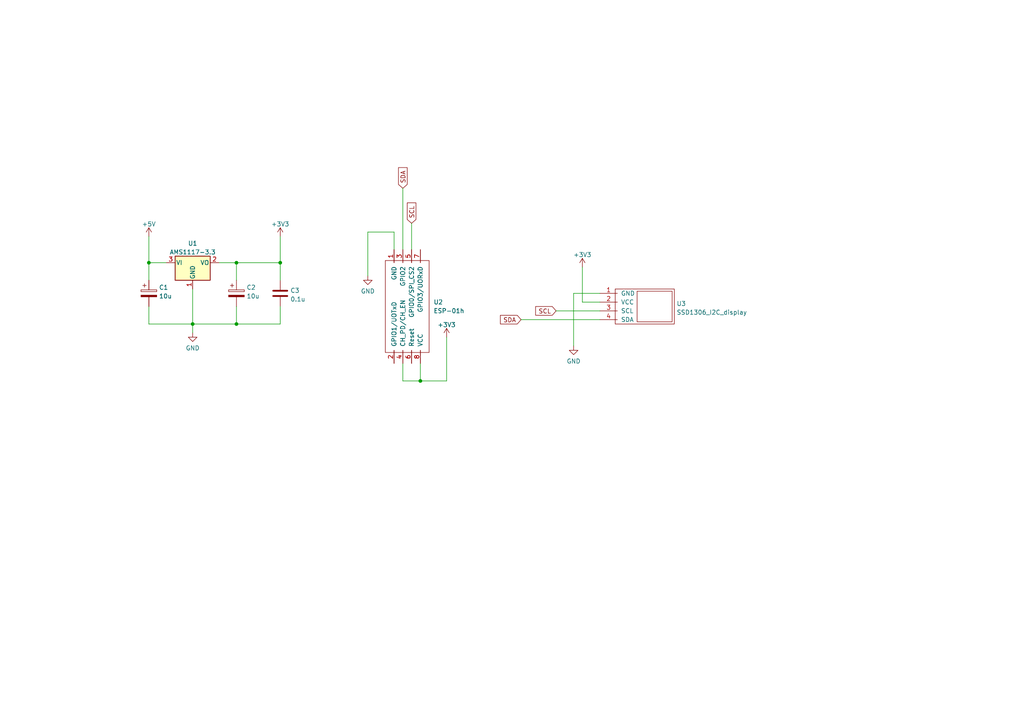
<source format=kicad_sch>
(kicad_sch (version 20211123) (generator eeschema)
  (paper "A4")
  (title_block (title "ESP01 w SSD1306") (date "2022-09-18") (rev "0.1"))
  (lib_symbols
    (symbol "Device:C" (pin_numbers hide) (pin_names (offset 0.254))
      (property "Reference" "C" (at 0.635 2.54 0))
      (property "Value" "C" (at 0.635 -2.54 0))
      (symbol "C_0_1"
        (polyline (pts (xy -2.032 -0.762) (xy 2.032 -0.762)) (stroke (width 0.508)))
        (polyline (pts (xy -2.032 0.762) (xy 2.032 0.762)) (stroke (width 0.508)))
      )
      (symbol "C_1_1"
        (pin passive line (at 0 3.81 270) (length 2.794) (name "~") (number "1"))
        (pin passive line (at 0 -3.81 90) (length 2.794) (name "~") (number "2"))
      )
    )
    (symbol "Device:C_Polarized" (pin_numbers hide) (pin_names (offset 0.254))
      (property "Reference" "C" (at 0.635 2.54 0))
      (property "Value" "C_Polarized" (at 0.635 -2.54 0))
      (symbol "C_Polarized_0_1"
        (rectangle (start -2.286 0.508) (end 2.286 1.016))
        (polyline (pts (xy -1.778 2.286) (xy -0.762 2.286)))
        (polyline (pts (xy -1.27 2.794) (xy -1.27 1.778)))
        (rectangle (start 2.286 -0.508) (end -2.286 -1.016) (fill (type outline)))
      )
      (symbol "C_Polarized_1_1"
        (pin passive line (at 0 3.81 270) (length 2.794) (name "~") (number "1"))
        (pin passive line (at 0 -3.81 90) (length 2.794) (name "~") (number "2"))
      )
    )
    (symbol "My_Arduino:ESP-01h" (pin_names (offset 1.016))
      (property "Reference" "U" (at 11.43 -5.08 0))
      (property "Value" "ESP-01h" (at 15.24 -7.62 0))
      (symbol "ESP-01h_0_1"
        (polyline (pts (xy -2.54 -3.175) (xy 10.16 -3.175) (xy 10.16 -29.845) (xy -2.54 -29.845) (xy -2.54 -3.175)) (stroke (width 0.1524)))
      )
      (symbol "ESP-01h_1_1"
        (pin output line (at 0 0 270) (length 3.81) (name "GND") (number "1"))
        (pin power_in line (at 0 -33.02 90) (length 3.81) (name "GPIO1/UOTxD") (number "2"))
        (pin input line (at 2.54 0 270) (length 3.81) (name "GPIO2") (number "3"))
        (pin tri_state line (at 2.54 -33.02 90) (length 3.81) (name "CH_PD/CH_EN") (number "4"))
        (pin input line (at 5.08 0 270) (length 3.81) (name "GPIO0/SPI_CS2") (number "5"))
        (pin tri_state line (at 5.08 -33.02 90) (length 3.81) (name "Reset") (number "6"))
        (pin power_in line (at 7.62 0 270) (length 3.81) (name "GPIO3/UORxD") (number "7"))
        (pin input line (at 7.62 -33.02 90) (length 3.81) (name "VCC") (number "8"))
      )
    )
    (symbol "My_Parts:SSD1306_I2C_display" (pin_names (offset 1.016))
      (property "Reference" "U" (at 5.715 2.54 0))
      (property "Value" "SSD1306_I2C_display" (at 12.7 -10.795 0))
      (symbol "SSD1306_I2C_display_0_1"
        (rectangle (start 4.445 1.27) (end 21.59 -8.89))
        (rectangle (start 10.795 0.635) (end 20.955 -8.255))
      )
      (symbol "SSD1306_I2C_display_1_1"
        (pin power_in line (at 0 0 0) (length 5.08) (name "GND") (number "1"))
        (pin power_in line (at 0 -2.54 0) (length 5.08) (name "VCC") (number "2"))
        (pin input line (at 0 -5.08 0) (length 5.08) (name "SCL") (number "3"))
        (pin input line (at 0 -7.62 0) (length 5.08) (name "SDA") (number "4"))
      )
    )
    (symbol "Regulator_Linear:AMS1117-3.3" (pin_names (offset 0.254))
      (property "Reference" "U" (at -3.81 3.175 0))
      (property "Value" "AMS1117-3.3" (at 0 3.175 0))
      (symbol "AMS1117-3.3_0_1"
        (rectangle (start -5.08 -5.08) (end 5.08 1.905) (stroke (width 0.254)) (fill (type background)))
      )
      (symbol "AMS1117-3.3_1_1"
        (pin power_in line (at 0 -7.62 90) (length 2.54) (name "GND") (number "1"))
        (pin power_out line (at 7.62 0 180) (length 2.54) (name "VO") (number "2"))
        (pin power_in line (at -7.62 0 0) (length 2.54) (name "VI") (number "3"))
      )
    )
    (symbol "power:+3.3V" (power) (pin_names (offset 0))
      (property "Value" "+3.3V" (at 0 3.556 0))
      (symbol "+3.3V_0_1"
        (polyline (pts (xy -0.762 1.27) (xy 0 2.54)))
        (polyline (pts (xy 0 0) (xy 0 2.54)))
        (polyline (pts (xy 0 2.54) (xy 0.762 1.27)))
      )
      (symbol "+3.3V_1_1"
        (pin power_in line (at 0 0 90) (length 0) hide (name "+3V3") (number "1"))
      )
    )
    (symbol "power:+5V" (power) (pin_names (offset 0))
      (property "Value" "+5V" (at 0 3.556 0))
      (symbol "+5V_0_1"
        (polyline (pts (xy -0.762 1.27) (xy 0 2.54)))
        (polyline (pts (xy 0 0) (xy 0 2.54)))
        (polyline (pts (xy 0 2.54) (xy 0.762 1.27)))
      )
      (symbol "+5V_1_1"
        (pin power_in line (at 0 0 90) (length 0) hide (name "+5V") (number "1"))
      )
    )
    (symbol "power:GND" (power) (pin_names (offset 0))
      (property "Value" "GND" (at 0 -3.81 0))
      (symbol "GND_0_1"
        (polyline (pts (xy 0 0) (xy 0 -1.27) (xy 1.27 -1.27) (xy 0 -2.54) (xy -1.27 -1.27) (xy 0 -1.27)))
      )
      (symbol "GND_1_1"
        (pin power_in line (at 0 0 270) (length 0) hide (name "GND") (number "1"))
      )
    )
  )
  (junction (at 68.58 93.98))
  (junction (at 121.92 110.49))
  (junction (at 55.88 93.98))
  (junction (at 43.18 76.2))
  (junction (at 68.58 76.2))
  (junction (at 81.28 76.2))
  (wire (pts (xy 55.88 93.98) (xy 55.88 96.52)))
  (wire (pts (xy 173.99 85.09) (xy 166.37 85.09)))
  (wire (pts (xy 116.84 110.49) (xy 116.84 105.41)))
  (wire (pts (xy 55.88 93.98) (xy 68.58 93.98)))
  (wire (pts (xy 43.18 76.2) (xy 43.18 81.28)))
  (wire (pts (xy 168.91 87.63) (xy 168.91 77.47)))
  (wire (pts (xy 63.5 76.2) (xy 68.58 76.2)))
  (wire (pts (xy 55.88 83.82) (xy 55.88 93.98)))
  (wire (pts (xy 114.3 67.31) (xy 106.68 67.31)))
  (wire (pts (xy 81.28 76.2) (xy 81.28 81.28)))
  (wire (pts (xy 161.29 90.17) (xy 173.99 90.17)))
  (wire (pts (xy 129.54 110.49) (xy 129.54 97.79)))
  (wire (pts (xy 106.68 67.31) (xy 106.68 80.01)))
  (wire (pts (xy 116.84 54.61) (xy 116.84 72.39)))
  (wire (pts (xy 68.58 76.2) (xy 68.58 81.28)))
  (wire (pts (xy 119.38 64.77) (xy 119.38 72.39)))
  (wire (pts (xy 121.92 105.41) (xy 121.92 110.49)))
  (wire (pts (xy 121.92 110.49) (xy 116.84 110.49)))
  (wire (pts (xy 81.28 68.58) (xy 81.28 76.2)))
  (wire (pts (xy 68.58 93.98) (xy 68.58 88.9)))
  (wire (pts (xy 43.18 76.2) (xy 43.18 68.58)))
  (wire (pts (xy 151.13 92.71) (xy 173.99 92.71)))
  (wire (pts (xy 43.18 93.98) (xy 55.88 93.98)))
  (wire (pts (xy 81.28 88.9) (xy 81.28 93.98)))
  (wire (pts (xy 81.28 93.98) (xy 68.58 93.98)))
  (wire (pts (xy 173.99 87.63) (xy 168.91 87.63)))
  (wire (pts (xy 121.92 110.49) (xy 129.54 110.49)))
  (wire (pts (xy 114.3 72.39) (xy 114.3 67.31)))
  (wire (pts (xy 166.37 85.09) (xy 166.37 100.33)))
  (wire (pts (xy 48.26 76.2) (xy 43.18 76.2)))
  (wire (pts (xy 43.18 88.9) (xy 43.18 93.98)))
  (wire (pts (xy 68.58 76.2) (xy 81.28 76.2)))
  (global_label "SCL" (shape input) (at 119.38 64.77 90) (property "Intersheet References" "${INTERSHEET_REFS}" (effects hide)))
  (global_label "SDA" (shape input) (at 151.13 92.71 180) (property "Intersheet References" "${INTERSHEET_REFS}" (effects hide)))
  (global_label "SDA" (shape input) (at 116.84 54.61 90) (property "Intersheet References" "${INTERSHEET_REFS}" (effects hide)))
  (global_label "SCL" (shape input) (at 161.29 90.17 180) (property "Intersheet References" "${INTERSHEET_REFS}" (effects hide)))
  (symbol (lib_id "power:+3.3V") (at 81.28 68.58 0) (unit 1)
    (property "Reference" "#PWR0107" (effects hide))
    (property "Value" "+3.3V" (at 81.28 65.0042 0))
  )
  (symbol (lib_id "Device:C") (at 81.28 85.09 0) (unit 1)
    (property "Reference" "C3" (at 84.201 84.2553 0) (effects (justify left)))
    (property "Value" "0.1u" (at 84.201 86.7922 0) (effects (justify left)))
    (property "Footprint" "My_Misc:C_Disc_D3.0mm_W1.6mm_P2.50mm_larg" (effects hide))
  )
  (symbol (lib_id "power:GND") (at 106.68 80.01 0) (unit 1)
    (property "Reference" "#PWR0103" (effects hide))
    (property "Value" "GND" (at 106.68 84.4534 0))
  )
  (symbol (lib_id "power:+3.3V") (at 129.54 97.79 0) (unit 1)
    (property "Reference" "#PWR0104" (effects hide))
    (property "Value" "+3.3V" (at 129.54 94.2142 0))
  )
  (symbol (lib_id "power:+5V") (at 43.18 68.58 0) (unit 1)
    (property "Reference" "#PWR0105" (effects hide))
    (property "Value" "+5V" (at 43.18 65.0042 0))
  )
  (symbol (lib_id "My_Parts:SSD1306_I2C_display") (at 173.99 85.09 0) (unit 1)
    (property "Reference" "U3" (at 196.215 88.0653 0) (effects (justify left)))
    (property "Value" "SSD1306_I2C_display" (at 196.215 90.6022 0) (effects (justify left)))
    (property "Footprint" "My_Parts:SSD1306_I2C_0.96_OLED_display_large" (effects hide))
  )
  (symbol (lib_id "power:GND") (at 166.37 100.33 0) (unit 1)
    (property "Reference" "#PWR0102" (effects hide))
    (property "Value" "GND" (at 166.37 104.7734 0))
  )
  (symbol (lib_id "Regulator_Linear:AMS1117-3.3") (at 55.88 76.2 0) (unit 1)
    (property "Reference" "U1" (at 55.88 70.5952 0))
    (property "Value" "AMS1117-3.3" (at 55.88 73.1321 0))
    (property "Footprint" "Package_TO_SOT_SMD:SOT-223-3_TabPin2" (effects hide))
    (property "Datasheet" "http://www.advanced-monolithic.com/pdf/ds1117.pdf" (effects hide))
  )
  (symbol (lib_id "power:+3.3V") (at 168.91 77.47 0) (unit 1)
    (property "Reference" "#PWR0101" (effects hide))
    (property "Value" "+3.3V" (at 168.91 73.8942 0))
  )
  (symbol (lib_id "power:GND") (at 55.88 96.52 0) (unit 1)
    (property "Reference" "#PWR0106" (effects hide))
    (property "Value" "GND" (at 55.88 100.9634 0))
  )
  (symbol (lib_id "Device:C_Polarized") (at 43.18 85.09 0) (unit 1)
    (property "Reference" "C1" (at 46.101 83.3663 0) (effects (justify left)))
    (property "Value" "10u" (at 46.101 85.9032 0) (effects (justify left)))
    (property "Footprint" "My_Misc:CP_Radial_D5.0mm_P2.00mm_larger" (effects hide))
  )
  (symbol (lib_id "Device:C_Polarized") (at 68.58 85.09 0) (unit 1)
    (property "Reference" "C2" (at 71.501 83.3663 0) (effects (justify left)))
    (property "Value" "10u" (at 71.501 85.9032 0) (effects (justify left)))
    (property "Footprint" "My_Misc:CP_Radial_D5.0mm_P2.00mm_larger" (effects hide))
  )
  (symbol (lib_id "My_Arduino:ESP-01h") (at 114.3 72.39 0) (unit 1)
    (property "Reference" "U2" (at 125.73 87.63 0) (effects (justify left)))
    (property "Value" "ESP-01h" (at 125.73 90.1669 0) (effects (justify left)))
    (property "Footprint" "My_Arduino:ESP-01_w_pin_socket_large" (effects hide))
    (property "Datasheet" "http://l0l.org.uk/2014/12/esp8266-modules-hardware-guide-gotta-catch-em-all/" (effects hide))
  )
)
</source>
